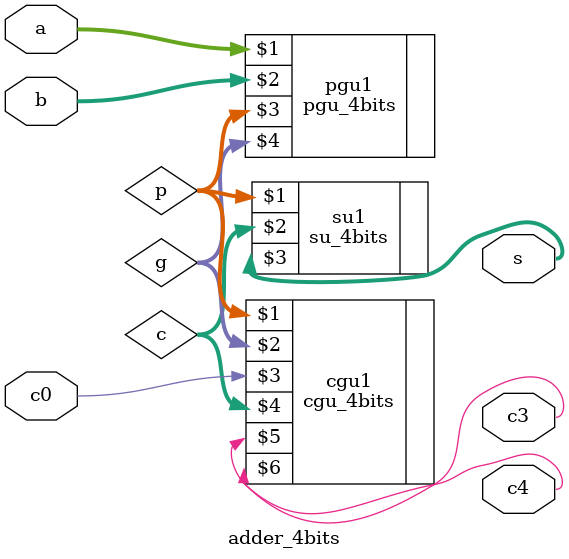
<source format=v>
`include "pgu_4bits.v";
`include "cgu_4bits.v";
`include "su_4bits.v";

module adder_4bits
(
  input [3:0] a, b,
  input c0,
  output [3:0] s,
  output c3,
  output c4
);

wire [3:0] c, p, g;
pgu_4bits pgu1(a, b, p, g);
cgu_4bits cgu1(p, g, c0, c, c3,c4);
su_4bits su1(p, c, s);
endmodule

</source>
